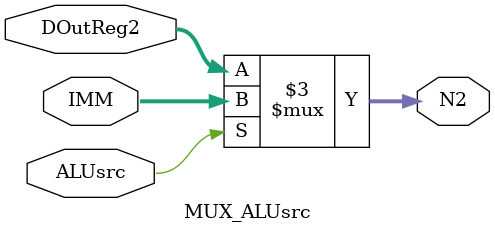
<source format=sv>
module MUX_ALUsrc #(parameter W = 32)(
    input logic [W-1:0] DOutReg2,
    input logic [W-1:0] IMM,
    input logic ALUsrc,
    output logic [W-1:0] N2
);

always_comb begin
    if (ALUsrc) N2 = IMM;
    else N2 = DOutReg2;
end
    
endmodule

</source>
